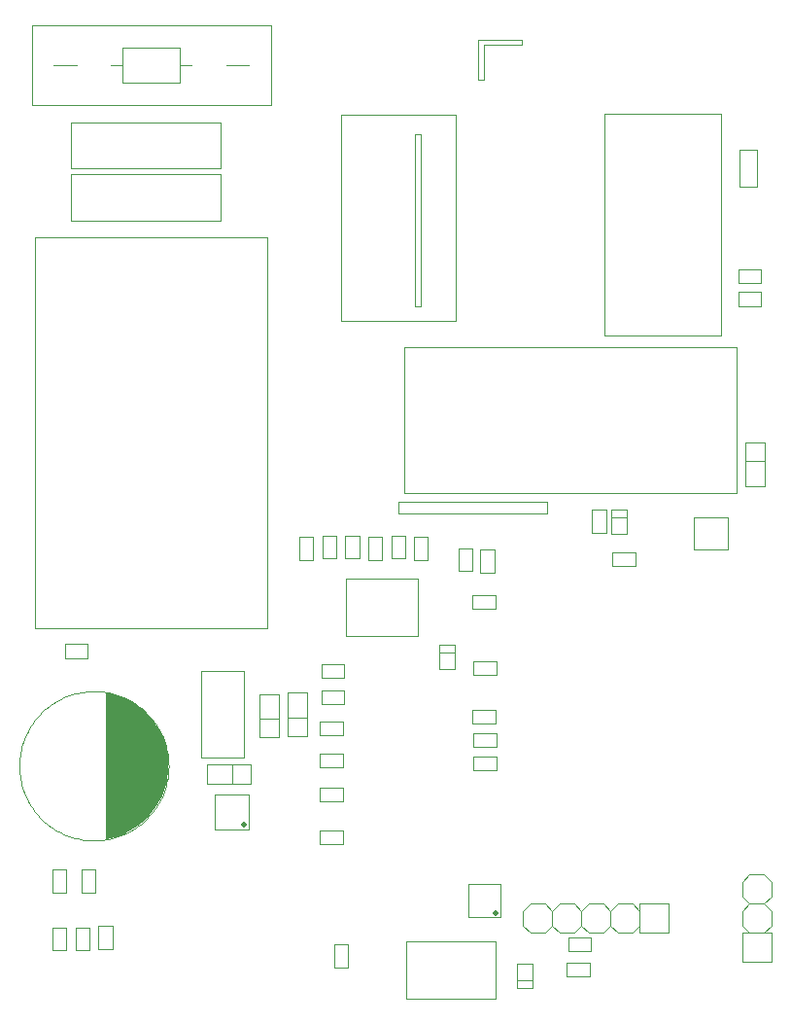
<source format=gm1>
G04 Layer_Color=14360714*
%FSLAX25Y25*%
%MOIN*%
G70*
G01*
G75*
%ADD43C,0.00394*%
%ADD59C,0.01968*%
G36*
X37992Y104921D02*
X42520Y102854D01*
X46457Y100000D01*
X49409Y96949D01*
X52559Y91929D01*
X53839Y88681D01*
X55216Y82776D01*
X54626Y75492D01*
X52953Y70276D01*
X50689Y66437D01*
X47736Y62697D01*
X44783Y60236D01*
X42028Y58465D01*
X39075Y56988D01*
X35433Y55807D01*
X33563Y55512D01*
X33465D01*
Y105905D01*
X37992Y104921D01*
D02*
G37*
D43*
X55118Y80709D02*
X55099Y81707D01*
X55040Y82704D01*
X54943Y83698D01*
X54807Y84687D01*
X54633Y85671D01*
X54420Y86646D01*
X54169Y87613D01*
X53881Y88569D01*
X53556Y89513D01*
X53194Y90444D01*
X52796Y91360D01*
X52363Y92260D01*
X51895Y93142D01*
X51393Y94005D01*
X50857Y94848D01*
X50289Y95670D01*
X49690Y96468D01*
X49060Y97243D01*
X48400Y97992D01*
X47711Y98715D01*
X46995Y99411D01*
X46251Y100078D01*
X45483Y100716D01*
X44690Y101323D01*
X43874Y101899D01*
X43037Y102443D01*
X42178Y102954D01*
X41301Y103430D01*
X40405Y103872D01*
X39493Y104279D01*
X38566Y104650D01*
X37625Y104984D01*
X36672Y105282D01*
X35708Y105542D01*
X34734Y105764D01*
X33753Y105948D01*
X32765Y106094D01*
X31772Y106201D01*
X30775Y106269D01*
X29777Y106298D01*
X28779Y106288D01*
X27781Y106240D01*
X26786Y106152D01*
X25796Y106026D01*
X24811Y105861D01*
X23833Y105658D01*
X22864Y105416D01*
X21905Y105138D01*
X20958Y104822D01*
X20024Y104469D01*
X19104Y104080D01*
X18200Y103656D01*
X17313Y103196D01*
X16445Y102702D01*
X15597Y102175D01*
X14770Y101615D01*
X13966Y101024D01*
X13185Y100401D01*
X12429Y99748D01*
X11699Y99067D01*
X10996Y98357D01*
X10322Y97621D01*
X9677Y96859D01*
X9062Y96072D01*
X8478Y95262D01*
X7926Y94429D01*
X7407Y93576D01*
X6922Y92703D01*
X6471Y91812D01*
X6056Y90904D01*
X5676Y89981D01*
X5332Y89043D01*
X5025Y88092D01*
X4756Y87131D01*
X4524Y86159D01*
X4331Y85180D01*
X4175Y84193D01*
X4059Y83201D01*
X3981Y82206D01*
X3942Y81208D01*
Y80209D01*
X3981Y79211D01*
X4059Y78216D01*
X4175Y77224D01*
X4331Y76238D01*
X4524Y75258D01*
X4756Y74287D01*
X5025Y73325D01*
X5332Y72375D01*
X5676Y71437D01*
X6056Y70513D01*
X6471Y69605D01*
X6922Y68714D01*
X7407Y67841D01*
X7926Y66988D01*
X8478Y66156D01*
X9062Y65346D01*
X9677Y64559D01*
X10322Y63797D01*
X10996Y63060D01*
X11699Y62351D01*
X12429Y61669D01*
X13185Y61016D01*
X13965Y60394D01*
X14770Y59802D01*
X15597Y59242D01*
X16445Y58715D01*
X17313Y58221D01*
X18200Y57762D01*
X19104Y57337D01*
X20023Y56948D01*
X20958Y56596D01*
X21905Y56280D01*
X22864Y56001D01*
X23833Y55760D01*
X24811Y55557D01*
X25796Y55392D01*
X26786Y55265D01*
X27781Y55178D01*
X28779Y55129D01*
X29777Y55119D01*
X30775Y55149D01*
X31772Y55217D01*
X32765Y55324D01*
X33753Y55469D01*
X34734Y55653D01*
X35708Y55875D01*
X36672Y56136D01*
X37625Y56433D01*
X38566Y56767D01*
X39493Y57138D01*
X40405Y57545D01*
X41301Y57987D01*
X42178Y58464D01*
X43037Y58974D01*
X43874Y59518D01*
X44690Y60094D01*
X45483Y60701D01*
X46251Y61339D01*
X46994Y62006D01*
X47711Y62702D01*
X48399Y63425D01*
X49060Y64174D01*
X49690Y64949D01*
X50289Y65748D01*
X50857Y66569D01*
X51393Y67412D01*
X51895Y68275D01*
X52363Y69157D01*
X52796Y70057D01*
X53194Y70973D01*
X53556Y71904D01*
X53881Y72848D01*
X54169Y73804D01*
X54420Y74771D01*
X54632Y75747D01*
X54807Y76730D01*
X54943Y77719D01*
X55040Y78713D01*
X55099Y79710D01*
X55118Y80708D01*
X66142Y113189D02*
X81102D01*
Y83661D02*
Y113189D01*
X66142Y83661D02*
X81102D01*
X66142D02*
Y113189D01*
X135925Y174311D02*
X250098D01*
X135925D02*
Y224311D01*
X250098D01*
Y174311D02*
Y224311D01*
X250886Y291732D02*
X256988D01*
X250886Y279134D02*
X256988D01*
Y291732D01*
X250886Y279134D02*
Y291732D01*
X215154Y149213D02*
Y153937D01*
X207283Y149213D02*
Y153937D01*
Y149213D02*
X215154D01*
X207283Y153937D02*
X215154D01*
X200394Y160633D02*
X205118D01*
X200394Y168504D02*
X205118D01*
X200394Y160633D02*
Y168504D01*
X205118Y160633D02*
Y168504D01*
X19488Y122441D02*
X27359D01*
X19488Y117717D02*
X27359D01*
X19488D02*
Y122441D01*
X27359Y117717D02*
Y122441D01*
X88977Y127952D02*
Y261810D01*
X9450Y127952D02*
Y261810D01*
Y127952D02*
X88977D01*
X9450Y261810D02*
X88977D01*
X107483Y110827D02*
X115354D01*
X107483Y115551D02*
X115354D01*
Y110827D02*
Y115551D01*
X107483Y110827D02*
Y115551D01*
X107087Y95866D02*
X114957D01*
X107087Y91142D02*
X114957D01*
X107087D02*
Y95866D01*
X114957Y91142D02*
Y95866D01*
X107087Y85039D02*
X114957D01*
X107087Y80315D02*
X114957D01*
X107087D02*
Y85039D01*
X114957Y80315D02*
Y85039D01*
Y68504D02*
Y73228D01*
X107087Y68504D02*
Y73228D01*
Y68504D02*
X114957D01*
X107087Y73228D02*
X114957D01*
X86221Y105315D02*
X92913D01*
X86221Y90551D02*
Y105315D01*
Y90551D02*
X92913D01*
Y105315D01*
X86221Y96752D02*
X92913D01*
X235237Y165896D02*
X247047D01*
Y154872D02*
Y165896D01*
X235237Y154872D02*
X247047D01*
X235237D02*
Y165896D01*
X167123Y134449D02*
Y139173D01*
X159252Y134449D02*
Y139173D01*
Y134449D02*
X167123D01*
X159252Y139173D02*
X167123D01*
X157873Y28740D02*
X168897D01*
X157873Y40158D02*
X168897D01*
X157873Y28740D02*
Y40158D01*
X168897Y28740D02*
Y40158D01*
X159649Y79331D02*
Y84055D01*
X167520Y79331D02*
Y84055D01*
X159649D02*
X167520D01*
X159649Y79331D02*
X167520D01*
X72834Y285432D02*
Y301180D01*
X21653Y285432D02*
Y301180D01*
X72834D01*
X21653Y285432D02*
X72834D01*
X123622Y151378D02*
Y159249D01*
X128347Y151378D02*
Y159249D01*
X123622Y151378D02*
X128347D01*
X123622Y159249D02*
X128347D01*
X136221Y151775D02*
Y159646D01*
X131496Y151775D02*
Y159646D01*
X136221D01*
X131496Y151775D02*
X136221D01*
X139370Y151378D02*
Y159249D01*
X144095Y151378D02*
Y159249D01*
X139370Y151378D02*
X144095D01*
X139370Y159249D02*
X144095D01*
X23228Y17520D02*
Y25390D01*
X27953Y17520D02*
Y25390D01*
X23228Y17520D02*
X27953D01*
X23228Y25390D02*
X27953D01*
X35827Y17917D02*
Y25787D01*
X31102Y17917D02*
Y25787D01*
X35827D01*
X31102Y17917D02*
X35827D01*
X116043Y125197D02*
Y144882D01*
Y125197D02*
X140453D01*
Y144882D01*
X116043D02*
X140453D01*
X154528Y147444D02*
X159252D01*
X154528Y155315D02*
X159252D01*
X154528Y147444D02*
Y155315D01*
X159252Y147444D02*
Y155315D01*
X162106Y154918D02*
X166831D01*
X162106Y147047D02*
X166831D01*
Y154918D01*
X162106Y147047D02*
Y154918D01*
X115748Y151775D02*
X120472D01*
X115748Y159646D02*
X120472D01*
X115748Y151775D02*
Y159646D01*
X120472Y151775D02*
Y159646D01*
X107874Y151775D02*
X112598D01*
X107874Y159646D02*
X112598D01*
X107874Y151775D02*
Y159646D01*
X112598Y151775D02*
Y159646D01*
X100000Y159249D02*
X104724D01*
X100000Y151378D02*
X104724D01*
Y159249D01*
X100000Y151378D02*
Y159249D01*
X250495Y238386D02*
Y243110D01*
X258366Y238386D02*
Y243110D01*
X250495D02*
X258366D01*
X250495Y238386D02*
X258366D01*
X250495Y246161D02*
Y250886D01*
X258366Y246161D02*
Y250886D01*
X250495D02*
X258366D01*
X250495Y246161D02*
X258366D01*
X15354Y45076D02*
X20079D01*
X15354Y37205D02*
X20079D01*
Y45076D01*
X15354Y37205D02*
Y45076D01*
Y25390D02*
X20079D01*
X15354Y17520D02*
X20079D01*
Y25390D01*
X15354Y17520D02*
Y25390D01*
X111811Y19485D02*
X116535D01*
X111811Y11614D02*
X116535D01*
Y19485D01*
X111811Y11614D02*
Y19485D01*
X25197Y45076D02*
X29921D01*
X25197Y37205D02*
X29921D01*
Y45076D01*
X25197Y37205D02*
Y45076D01*
X72834Y267716D02*
Y283464D01*
X21653Y267716D02*
Y283464D01*
X72834D01*
X21653Y267716D02*
X72834D01*
X114173Y233170D02*
Y304035D01*
X153543D01*
Y233170D02*
Y304035D01*
X114173Y233170D02*
X153543D01*
X204607Y304330D02*
X244764D01*
X204607Y228346D02*
Y304330D01*
Y228346D02*
X244764D01*
Y304330D01*
X252854Y176674D02*
X259547D01*
Y191437D01*
X252854D02*
X259547D01*
X252854Y176674D02*
Y191437D01*
X252854Y185236D02*
X259547D01*
X206988Y160236D02*
X212303D01*
X206988Y168504D02*
X212303D01*
X206988Y160236D02*
Y168504D01*
X212303Y160236D02*
Y168504D01*
X206988Y165945D02*
X212303D01*
X136614Y787D02*
Y20472D01*
X167323Y787D02*
Y20472D01*
X136614Y787D02*
X167323D01*
X136614Y20472D02*
X167323D01*
X90158Y307086D02*
Y334645D01*
X8268Y307086D02*
Y334645D01*
X90158D01*
X8268Y307086D02*
X90158D01*
X59055Y320866D02*
X62992D01*
X59055Y314961D02*
Y320866D01*
X39370Y314961D02*
X59055D01*
X39370D02*
Y326772D01*
X59055D01*
Y320866D02*
Y326772D01*
X35433Y320866D02*
X39370D01*
X74803D02*
X82677D01*
X15748D02*
X23622D01*
X82678Y59056D02*
Y70867D01*
X70867D02*
X82678D01*
X70867Y59056D02*
Y70867D01*
Y59056D02*
X82678D01*
X107483Y101969D02*
X115354D01*
X107483Y106693D02*
X115354D01*
Y101969D02*
Y106693D01*
X107483Y101969D02*
Y106693D01*
X68406Y74410D02*
Y81102D01*
Y74410D02*
X83170D01*
Y81102D01*
X68406D02*
X83170D01*
X76968Y74410D02*
Y81102D01*
X96063Y105807D02*
X102756D01*
X96063Y91043D02*
Y105807D01*
Y91043D02*
X102756D01*
Y105807D01*
X96063Y97244D02*
X102756D01*
X174508Y7283D02*
X179823D01*
X174508Y4724D02*
Y12992D01*
X179823Y4724D02*
Y12992D01*
X174508Y4724D02*
X179823D01*
X174508Y12992D02*
X179823D01*
X191732Y13189D02*
X199603D01*
X191732Y8465D02*
X199603D01*
X191732D02*
Y13189D01*
X199603Y8465D02*
Y13189D01*
X159649Y87205D02*
Y91929D01*
X167520Y87205D02*
Y91929D01*
X159649D02*
X167520D01*
X159649Y87205D02*
X167520D01*
X167123Y95079D02*
Y99803D01*
X159252Y95079D02*
Y99803D01*
Y95079D02*
X167123D01*
X159252Y99803D02*
X167123D01*
X192129Y17323D02*
Y22047D01*
X200000Y17323D02*
Y22047D01*
X192129D02*
X200000D01*
X192129Y17323D02*
X200000D01*
X159649Y111811D02*
Y116535D01*
X167520Y111811D02*
Y116535D01*
X159649D02*
X167520D01*
X159649Y111811D02*
X167520D01*
X147835Y113976D02*
X153150D01*
X147835Y122244D02*
X153150D01*
X147835Y113976D02*
Y122244D01*
X153150Y113976D02*
Y122244D01*
X147835Y119685D02*
X153150D01*
X251890Y36043D02*
X254390Y33543D01*
X251890Y36043D02*
Y41043D01*
X254390Y43543D01*
X259390D01*
X261890Y41043D01*
Y36043D02*
Y41043D01*
X259390Y33543D02*
X261890Y36043D01*
Y13543D02*
Y23543D01*
X259390D02*
X261890Y26043D01*
Y31043D01*
X259390Y33543D02*
X261890Y31043D01*
X254390Y33543D02*
X259390D01*
X251890Y31043D02*
X254390Y33543D01*
X251890Y26043D02*
Y31043D01*
Y26043D02*
X254390Y23543D01*
X251890Y13543D02*
X261890D01*
X251890Y23543D02*
X261890D01*
X251890Y13543D02*
Y23543D01*
X216772D02*
X226772D01*
X216772D02*
Y33543D01*
X226772Y23543D02*
Y33543D01*
X214272Y23543D02*
X216772Y26043D01*
X209272Y23543D02*
X214272D01*
X206772Y26043D02*
X209272Y23543D01*
X206772Y26043D02*
Y31043D01*
X209272Y33543D01*
X214272D01*
X216772Y31043D01*
Y33543D02*
X226772D01*
X204272D02*
X206772Y31043D01*
X199272Y33543D02*
X204272D01*
X196772Y31043D02*
X199272Y33543D01*
X196772Y26043D02*
Y31043D01*
Y26043D02*
X199272Y23543D01*
X204272D01*
X206772Y26043D01*
X194272Y23543D02*
X196772Y26043D01*
X189272Y23543D02*
X194272D01*
X186772Y26043D02*
X189272Y23543D01*
X186772Y26043D02*
Y31043D01*
X189272Y33543D01*
X194272D01*
X196772Y31043D01*
X184272Y33543D02*
X186772Y31043D01*
X179272Y33543D02*
X184272D01*
X176772Y31043D02*
X179272Y33543D01*
X176772Y26043D02*
Y31043D01*
Y26043D02*
X179272Y23543D01*
X184272D01*
X186772Y26043D01*
X114957Y53740D02*
Y58465D01*
X107087Y53740D02*
Y58465D01*
Y53740D02*
X114957D01*
X107087Y58465D02*
X114957D01*
X139764Y238189D02*
X141732D01*
X139764D02*
Y297244D01*
X141732D01*
Y238189D02*
Y297244D01*
X185039Y167323D02*
Y171260D01*
X133858Y167323D02*
X185039D01*
X133858D02*
Y171260D01*
X185039D01*
X163386Y315945D02*
Y327756D01*
X176181D01*
Y329724D01*
X161417D02*
X176181D01*
X161417Y315945D02*
Y329724D01*
Y315945D02*
X163386D01*
D59*
X167323Y30118D02*
D03*
X81102Y60630D02*
D03*
M02*

</source>
